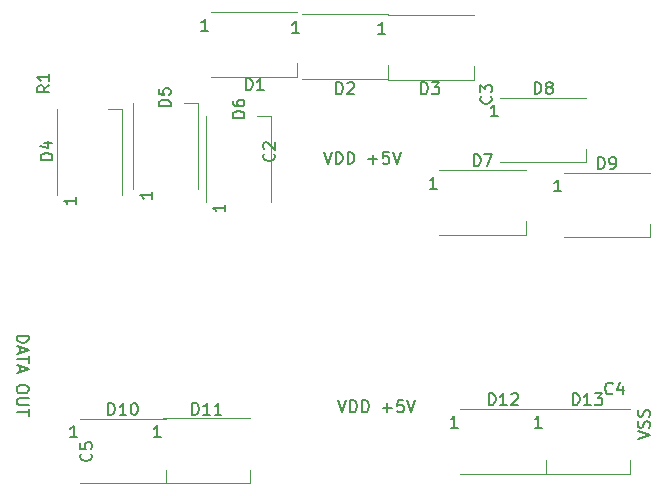
<source format=gbr>
%TF.GenerationSoftware,KiCad,Pcbnew,(5.1.6)-1*%
%TF.CreationDate,2020-11-24T18:40:46+11:00*%
%TF.ProjectId,ANT SEL Panel PCB V1,414e5420-5345-44c2-9050-616e656c2050,rev?*%
%TF.SameCoordinates,Original*%
%TF.FileFunction,Legend,Top*%
%TF.FilePolarity,Positive*%
%FSLAX46Y46*%
G04 Gerber Fmt 4.6, Leading zero omitted, Abs format (unit mm)*
G04 Created by KiCad (PCBNEW (5.1.6)-1) date 2020-11-24 18:40:46*
%MOMM*%
%LPD*%
G01*
G04 APERTURE LIST*
%ADD10C,0.150000*%
%ADD11C,0.120000*%
G04 APERTURE END LIST*
D10*
X116111904Y-50627380D02*
X116445238Y-51627380D01*
X116778571Y-50627380D01*
X117111904Y-51627380D02*
X117111904Y-50627380D01*
X117350000Y-50627380D01*
X117492857Y-50675000D01*
X117588095Y-50770238D01*
X117635714Y-50865476D01*
X117683333Y-51055952D01*
X117683333Y-51198809D01*
X117635714Y-51389285D01*
X117588095Y-51484523D01*
X117492857Y-51579761D01*
X117350000Y-51627380D01*
X117111904Y-51627380D01*
X118111904Y-51627380D02*
X118111904Y-50627380D01*
X118350000Y-50627380D01*
X118492857Y-50675000D01*
X118588095Y-50770238D01*
X118635714Y-50865476D01*
X118683333Y-51055952D01*
X118683333Y-51198809D01*
X118635714Y-51389285D01*
X118588095Y-51484523D01*
X118492857Y-51579761D01*
X118350000Y-51627380D01*
X118111904Y-51627380D01*
X119873809Y-51246428D02*
X120635714Y-51246428D01*
X120254761Y-51627380D02*
X120254761Y-50865476D01*
X121588095Y-50627380D02*
X121111904Y-50627380D01*
X121064285Y-51103571D01*
X121111904Y-51055952D01*
X121207142Y-51008333D01*
X121445238Y-51008333D01*
X121540476Y-51055952D01*
X121588095Y-51103571D01*
X121635714Y-51198809D01*
X121635714Y-51436904D01*
X121588095Y-51532142D01*
X121540476Y-51579761D01*
X121445238Y-51627380D01*
X121207142Y-51627380D01*
X121111904Y-51579761D01*
X121064285Y-51532142D01*
X121921428Y-50627380D02*
X122254761Y-51627380D01*
X122588095Y-50627380D01*
X90097619Y-66190476D02*
X91097619Y-66190476D01*
X91097619Y-66428571D01*
X91050000Y-66571428D01*
X90954761Y-66666666D01*
X90859523Y-66714285D01*
X90669047Y-66761904D01*
X90526190Y-66761904D01*
X90335714Y-66714285D01*
X90240476Y-66666666D01*
X90145238Y-66571428D01*
X90097619Y-66428571D01*
X90097619Y-66190476D01*
X90383333Y-67142857D02*
X90383333Y-67619047D01*
X90097619Y-67047619D02*
X91097619Y-67380952D01*
X90097619Y-67714285D01*
X91097619Y-67904761D02*
X91097619Y-68476190D01*
X90097619Y-68190476D02*
X91097619Y-68190476D01*
X90383333Y-68761904D02*
X90383333Y-69238095D01*
X90097619Y-68666666D02*
X91097619Y-69000000D01*
X90097619Y-69333333D01*
X91097619Y-70619047D02*
X91097619Y-70809523D01*
X91050000Y-70904761D01*
X90954761Y-71000000D01*
X90764285Y-71047619D01*
X90430952Y-71047619D01*
X90240476Y-71000000D01*
X90145238Y-70904761D01*
X90097619Y-70809523D01*
X90097619Y-70619047D01*
X90145238Y-70523809D01*
X90240476Y-70428571D01*
X90430952Y-70380952D01*
X90764285Y-70380952D01*
X90954761Y-70428571D01*
X91050000Y-70523809D01*
X91097619Y-70619047D01*
X91097619Y-71476190D02*
X90288095Y-71476190D01*
X90192857Y-71523809D01*
X90145238Y-71571428D01*
X90097619Y-71666666D01*
X90097619Y-71857142D01*
X90145238Y-71952380D01*
X90192857Y-72000000D01*
X90288095Y-72047619D01*
X91097619Y-72047619D01*
X91097619Y-72380952D02*
X91097619Y-72952380D01*
X90097619Y-72666666D02*
X91097619Y-72666666D01*
X117336904Y-71652380D02*
X117670238Y-72652380D01*
X118003571Y-71652380D01*
X118336904Y-72652380D02*
X118336904Y-71652380D01*
X118575000Y-71652380D01*
X118717857Y-71700000D01*
X118813095Y-71795238D01*
X118860714Y-71890476D01*
X118908333Y-72080952D01*
X118908333Y-72223809D01*
X118860714Y-72414285D01*
X118813095Y-72509523D01*
X118717857Y-72604761D01*
X118575000Y-72652380D01*
X118336904Y-72652380D01*
X119336904Y-72652380D02*
X119336904Y-71652380D01*
X119575000Y-71652380D01*
X119717857Y-71700000D01*
X119813095Y-71795238D01*
X119860714Y-71890476D01*
X119908333Y-72080952D01*
X119908333Y-72223809D01*
X119860714Y-72414285D01*
X119813095Y-72509523D01*
X119717857Y-72604761D01*
X119575000Y-72652380D01*
X119336904Y-72652380D01*
X121098809Y-72271428D02*
X121860714Y-72271428D01*
X121479761Y-72652380D02*
X121479761Y-71890476D01*
X122813095Y-71652380D02*
X122336904Y-71652380D01*
X122289285Y-72128571D01*
X122336904Y-72080952D01*
X122432142Y-72033333D01*
X122670238Y-72033333D01*
X122765476Y-72080952D01*
X122813095Y-72128571D01*
X122860714Y-72223809D01*
X122860714Y-72461904D01*
X122813095Y-72557142D01*
X122765476Y-72604761D01*
X122670238Y-72652380D01*
X122432142Y-72652380D01*
X122336904Y-72604761D01*
X122289285Y-72557142D01*
X123146428Y-71652380D02*
X123479761Y-72652380D01*
X123813095Y-71652380D01*
X142677380Y-74935714D02*
X143677380Y-74602380D01*
X142677380Y-74269047D01*
X143629761Y-73983333D02*
X143677380Y-73840476D01*
X143677380Y-73602380D01*
X143629761Y-73507142D01*
X143582142Y-73459523D01*
X143486904Y-73411904D01*
X143391666Y-73411904D01*
X143296428Y-73459523D01*
X143248809Y-73507142D01*
X143201190Y-73602380D01*
X143153571Y-73792857D01*
X143105952Y-73888095D01*
X143058333Y-73935714D01*
X142963095Y-73983333D01*
X142867857Y-73983333D01*
X142772619Y-73935714D01*
X142725000Y-73888095D01*
X142677380Y-73792857D01*
X142677380Y-73554761D01*
X142725000Y-73411904D01*
X143629761Y-73030952D02*
X143677380Y-72888095D01*
X143677380Y-72650000D01*
X143629761Y-72554761D01*
X143582142Y-72507142D01*
X143486904Y-72459523D01*
X143391666Y-72459523D01*
X143296428Y-72507142D01*
X143248809Y-72554761D01*
X143201190Y-72650000D01*
X143153571Y-72840476D01*
X143105952Y-72935714D01*
X143058333Y-72983333D01*
X142963095Y-73030952D01*
X142867857Y-73030952D01*
X142772619Y-72983333D01*
X142725000Y-72935714D01*
X142677380Y-72840476D01*
X142677380Y-72602380D01*
X142725000Y-72459523D01*
D11*
%TO.C,D13*%
X142041200Y-77857600D02*
X142041200Y-76707600D01*
X134741200Y-77857600D02*
X142041200Y-77857600D01*
X134741200Y-72357600D02*
X142041200Y-72357600D01*
%TO.C,D12*%
X134929200Y-77857600D02*
X134929200Y-76707600D01*
X127629200Y-77857600D02*
X134929200Y-77857600D01*
X127629200Y-72357600D02*
X134929200Y-72357600D01*
%TO.C,D11*%
X109810200Y-78670400D02*
X109810200Y-77520400D01*
X102510200Y-78670400D02*
X109810200Y-78670400D01*
X102510200Y-73170400D02*
X109810200Y-73170400D01*
%TO.C,D10*%
X102710200Y-78696000D02*
X102710200Y-77546000D01*
X95410200Y-78696000D02*
X102710200Y-78696000D01*
X95410200Y-73196000D02*
X102710200Y-73196000D01*
%TO.C,D9*%
X143705200Y-57868000D02*
X143705200Y-56718000D01*
X136405200Y-57868000D02*
X143705200Y-57868000D01*
X136405200Y-52368000D02*
X143705200Y-52368000D01*
%TO.C,D8*%
X138321200Y-51518000D02*
X138321200Y-50368000D01*
X131021200Y-51518000D02*
X138321200Y-51518000D01*
X131021200Y-46018000D02*
X138321200Y-46018000D01*
%TO.C,D7*%
X133178200Y-57639200D02*
X133178200Y-56489200D01*
X125878200Y-57639200D02*
X133178200Y-57639200D01*
X125878200Y-52139200D02*
X133178200Y-52139200D01*
%TO.C,D6*%
X111589200Y-47568000D02*
X110439200Y-47568000D01*
X111589200Y-54868000D02*
X111589200Y-47568000D01*
X106089200Y-54868000D02*
X106089200Y-47568000D01*
%TO.C,D5*%
X105442200Y-46501200D02*
X104292200Y-46501200D01*
X105442200Y-53801200D02*
X105442200Y-46501200D01*
X99942200Y-53801200D02*
X99942200Y-46501200D01*
%TO.C,D4*%
X98990800Y-46958400D02*
X97840800Y-46958400D01*
X98990800Y-54258400D02*
X98990800Y-46958400D01*
X93490800Y-54258400D02*
X93490800Y-46958400D01*
%TO.C,D3*%
X128809200Y-44532800D02*
X128809200Y-43382800D01*
X121509200Y-44532800D02*
X128809200Y-44532800D01*
X121509200Y-39032800D02*
X128809200Y-39032800D01*
%TO.C,D2*%
X121506200Y-44456800D02*
X121506200Y-43306800D01*
X114206200Y-44456800D02*
X121506200Y-44456800D01*
X114206200Y-38956800D02*
X121506200Y-38956800D01*
%TO.C,D1*%
X113823200Y-44279200D02*
X113823200Y-43129200D01*
X106523200Y-44279200D02*
X113823200Y-44279200D01*
X106523200Y-38779200D02*
X113823200Y-38779200D01*
%TO.C,C5*%
D10*
X96357142Y-76166666D02*
X96404761Y-76214285D01*
X96452380Y-76357142D01*
X96452380Y-76452380D01*
X96404761Y-76595238D01*
X96309523Y-76690476D01*
X96214285Y-76738095D01*
X96023809Y-76785714D01*
X95880952Y-76785714D01*
X95690476Y-76738095D01*
X95595238Y-76690476D01*
X95500000Y-76595238D01*
X95452380Y-76452380D01*
X95452380Y-76357142D01*
X95500000Y-76214285D01*
X95547619Y-76166666D01*
X95452380Y-75261904D02*
X95452380Y-75738095D01*
X95928571Y-75785714D01*
X95880952Y-75738095D01*
X95833333Y-75642857D01*
X95833333Y-75404761D01*
X95880952Y-75309523D01*
X95928571Y-75261904D01*
X96023809Y-75214285D01*
X96261904Y-75214285D01*
X96357142Y-75261904D01*
X96404761Y-75309523D01*
X96452380Y-75404761D01*
X96452380Y-75642857D01*
X96404761Y-75738095D01*
X96357142Y-75785714D01*
%TO.C,C4*%
X140538333Y-71057142D02*
X140490714Y-71104761D01*
X140347857Y-71152380D01*
X140252619Y-71152380D01*
X140109761Y-71104761D01*
X140014523Y-71009523D01*
X139966904Y-70914285D01*
X139919285Y-70723809D01*
X139919285Y-70580952D01*
X139966904Y-70390476D01*
X140014523Y-70295238D01*
X140109761Y-70200000D01*
X140252619Y-70152380D01*
X140347857Y-70152380D01*
X140490714Y-70200000D01*
X140538333Y-70247619D01*
X141395476Y-70485714D02*
X141395476Y-71152380D01*
X141157380Y-70104761D02*
X140919285Y-70819047D01*
X141538333Y-70819047D01*
%TO.C,C3*%
X130232142Y-45916666D02*
X130279761Y-45964285D01*
X130327380Y-46107142D01*
X130327380Y-46202380D01*
X130279761Y-46345238D01*
X130184523Y-46440476D01*
X130089285Y-46488095D01*
X129898809Y-46535714D01*
X129755952Y-46535714D01*
X129565476Y-46488095D01*
X129470238Y-46440476D01*
X129375000Y-46345238D01*
X129327380Y-46202380D01*
X129327380Y-46107142D01*
X129375000Y-45964285D01*
X129422619Y-45916666D01*
X129327380Y-45583333D02*
X129327380Y-44964285D01*
X129708333Y-45297619D01*
X129708333Y-45154761D01*
X129755952Y-45059523D01*
X129803571Y-45011904D01*
X129898809Y-44964285D01*
X130136904Y-44964285D01*
X130232142Y-45011904D01*
X130279761Y-45059523D01*
X130327380Y-45154761D01*
X130327380Y-45440476D01*
X130279761Y-45535714D01*
X130232142Y-45583333D01*
%TO.C,C2*%
X111857142Y-50766666D02*
X111904761Y-50814285D01*
X111952380Y-50957142D01*
X111952380Y-51052380D01*
X111904761Y-51195238D01*
X111809523Y-51290476D01*
X111714285Y-51338095D01*
X111523809Y-51385714D01*
X111380952Y-51385714D01*
X111190476Y-51338095D01*
X111095238Y-51290476D01*
X111000000Y-51195238D01*
X110952380Y-51052380D01*
X110952380Y-50957142D01*
X111000000Y-50814285D01*
X111047619Y-50766666D01*
X111047619Y-50385714D02*
X111000000Y-50338095D01*
X110952380Y-50242857D01*
X110952380Y-50004761D01*
X111000000Y-49909523D01*
X111047619Y-49861904D01*
X111142857Y-49814285D01*
X111238095Y-49814285D01*
X111380952Y-49861904D01*
X111952380Y-50433333D01*
X111952380Y-49814285D01*
%TO.C,R1*%
X92852380Y-44986666D02*
X92376190Y-45320000D01*
X92852380Y-45558095D02*
X91852380Y-45558095D01*
X91852380Y-45177142D01*
X91900000Y-45081904D01*
X91947619Y-45034285D01*
X92042857Y-44986666D01*
X92185714Y-44986666D01*
X92280952Y-45034285D01*
X92328571Y-45081904D01*
X92376190Y-45177142D01*
X92376190Y-45558095D01*
X92852380Y-44034285D02*
X92852380Y-44605714D01*
X92852380Y-44320000D02*
X91852380Y-44320000D01*
X91995238Y-44415238D01*
X92090476Y-44510476D01*
X92138095Y-44605714D01*
%TO.C,D13*%
X137176914Y-72059980D02*
X137176914Y-71059980D01*
X137415009Y-71059980D01*
X137557866Y-71107600D01*
X137653104Y-71202838D01*
X137700723Y-71298076D01*
X137748342Y-71488552D01*
X137748342Y-71631409D01*
X137700723Y-71821885D01*
X137653104Y-71917123D01*
X137557866Y-72012361D01*
X137415009Y-72059980D01*
X137176914Y-72059980D01*
X138700723Y-72059980D02*
X138129295Y-72059980D01*
X138415009Y-72059980D02*
X138415009Y-71059980D01*
X138319771Y-71202838D01*
X138224533Y-71298076D01*
X138129295Y-71345695D01*
X139034057Y-71059980D02*
X139653104Y-71059980D01*
X139319771Y-71440933D01*
X139462628Y-71440933D01*
X139557866Y-71488552D01*
X139605485Y-71536171D01*
X139653104Y-71631409D01*
X139653104Y-71869504D01*
X139605485Y-71964742D01*
X139557866Y-72012361D01*
X139462628Y-72059980D01*
X139176914Y-72059980D01*
X139081676Y-72012361D01*
X139034057Y-71964742D01*
X134526914Y-73959980D02*
X133955485Y-73959980D01*
X134241200Y-73959980D02*
X134241200Y-72959980D01*
X134145961Y-73102838D01*
X134050723Y-73198076D01*
X133955485Y-73245695D01*
%TO.C,D12*%
X130064914Y-72059980D02*
X130064914Y-71059980D01*
X130303009Y-71059980D01*
X130445866Y-71107600D01*
X130541104Y-71202838D01*
X130588723Y-71298076D01*
X130636342Y-71488552D01*
X130636342Y-71631409D01*
X130588723Y-71821885D01*
X130541104Y-71917123D01*
X130445866Y-72012361D01*
X130303009Y-72059980D01*
X130064914Y-72059980D01*
X131588723Y-72059980D02*
X131017295Y-72059980D01*
X131303009Y-72059980D02*
X131303009Y-71059980D01*
X131207771Y-71202838D01*
X131112533Y-71298076D01*
X131017295Y-71345695D01*
X131969676Y-71155219D02*
X132017295Y-71107600D01*
X132112533Y-71059980D01*
X132350628Y-71059980D01*
X132445866Y-71107600D01*
X132493485Y-71155219D01*
X132541104Y-71250457D01*
X132541104Y-71345695D01*
X132493485Y-71488552D01*
X131922057Y-72059980D01*
X132541104Y-72059980D01*
X127414914Y-73959980D02*
X126843485Y-73959980D01*
X127129200Y-73959980D02*
X127129200Y-72959980D01*
X127033961Y-73102838D01*
X126938723Y-73198076D01*
X126843485Y-73245695D01*
%TO.C,D11*%
X104945914Y-72872780D02*
X104945914Y-71872780D01*
X105184009Y-71872780D01*
X105326866Y-71920400D01*
X105422104Y-72015638D01*
X105469723Y-72110876D01*
X105517342Y-72301352D01*
X105517342Y-72444209D01*
X105469723Y-72634685D01*
X105422104Y-72729923D01*
X105326866Y-72825161D01*
X105184009Y-72872780D01*
X104945914Y-72872780D01*
X106469723Y-72872780D02*
X105898295Y-72872780D01*
X106184009Y-72872780D02*
X106184009Y-71872780D01*
X106088771Y-72015638D01*
X105993533Y-72110876D01*
X105898295Y-72158495D01*
X107422104Y-72872780D02*
X106850676Y-72872780D01*
X107136390Y-72872780D02*
X107136390Y-71872780D01*
X107041152Y-72015638D01*
X106945914Y-72110876D01*
X106850676Y-72158495D01*
X102295914Y-74772780D02*
X101724485Y-74772780D01*
X102010200Y-74772780D02*
X102010200Y-73772780D01*
X101914961Y-73915638D01*
X101819723Y-74010876D01*
X101724485Y-74058495D01*
%TO.C,D10*%
X97845914Y-72898380D02*
X97845914Y-71898380D01*
X98084009Y-71898380D01*
X98226866Y-71946000D01*
X98322104Y-72041238D01*
X98369723Y-72136476D01*
X98417342Y-72326952D01*
X98417342Y-72469809D01*
X98369723Y-72660285D01*
X98322104Y-72755523D01*
X98226866Y-72850761D01*
X98084009Y-72898380D01*
X97845914Y-72898380D01*
X99369723Y-72898380D02*
X98798295Y-72898380D01*
X99084009Y-72898380D02*
X99084009Y-71898380D01*
X98988771Y-72041238D01*
X98893533Y-72136476D01*
X98798295Y-72184095D01*
X99988771Y-71898380D02*
X100084009Y-71898380D01*
X100179247Y-71946000D01*
X100226866Y-71993619D01*
X100274485Y-72088857D01*
X100322104Y-72279333D01*
X100322104Y-72517428D01*
X100274485Y-72707904D01*
X100226866Y-72803142D01*
X100179247Y-72850761D01*
X100084009Y-72898380D01*
X99988771Y-72898380D01*
X99893533Y-72850761D01*
X99845914Y-72803142D01*
X99798295Y-72707904D01*
X99750676Y-72517428D01*
X99750676Y-72279333D01*
X99798295Y-72088857D01*
X99845914Y-71993619D01*
X99893533Y-71946000D01*
X99988771Y-71898380D01*
X95195914Y-74798380D02*
X94624485Y-74798380D01*
X94910200Y-74798380D02*
X94910200Y-73798380D01*
X94814961Y-73941238D01*
X94719723Y-74036476D01*
X94624485Y-74084095D01*
%TO.C,D9*%
X139317104Y-52070380D02*
X139317104Y-51070380D01*
X139555200Y-51070380D01*
X139698057Y-51118000D01*
X139793295Y-51213238D01*
X139840914Y-51308476D01*
X139888533Y-51498952D01*
X139888533Y-51641809D01*
X139840914Y-51832285D01*
X139793295Y-51927523D01*
X139698057Y-52022761D01*
X139555200Y-52070380D01*
X139317104Y-52070380D01*
X140364723Y-52070380D02*
X140555200Y-52070380D01*
X140650438Y-52022761D01*
X140698057Y-51975142D01*
X140793295Y-51832285D01*
X140840914Y-51641809D01*
X140840914Y-51260857D01*
X140793295Y-51165619D01*
X140745676Y-51118000D01*
X140650438Y-51070380D01*
X140459961Y-51070380D01*
X140364723Y-51118000D01*
X140317104Y-51165619D01*
X140269485Y-51260857D01*
X140269485Y-51498952D01*
X140317104Y-51594190D01*
X140364723Y-51641809D01*
X140459961Y-51689428D01*
X140650438Y-51689428D01*
X140745676Y-51641809D01*
X140793295Y-51594190D01*
X140840914Y-51498952D01*
X136190914Y-53970380D02*
X135619485Y-53970380D01*
X135905200Y-53970380D02*
X135905200Y-52970380D01*
X135809961Y-53113238D01*
X135714723Y-53208476D01*
X135619485Y-53256095D01*
%TO.C,D8*%
X133933104Y-45720380D02*
X133933104Y-44720380D01*
X134171200Y-44720380D01*
X134314057Y-44768000D01*
X134409295Y-44863238D01*
X134456914Y-44958476D01*
X134504533Y-45148952D01*
X134504533Y-45291809D01*
X134456914Y-45482285D01*
X134409295Y-45577523D01*
X134314057Y-45672761D01*
X134171200Y-45720380D01*
X133933104Y-45720380D01*
X135075961Y-45148952D02*
X134980723Y-45101333D01*
X134933104Y-45053714D01*
X134885485Y-44958476D01*
X134885485Y-44910857D01*
X134933104Y-44815619D01*
X134980723Y-44768000D01*
X135075961Y-44720380D01*
X135266438Y-44720380D01*
X135361676Y-44768000D01*
X135409295Y-44815619D01*
X135456914Y-44910857D01*
X135456914Y-44958476D01*
X135409295Y-45053714D01*
X135361676Y-45101333D01*
X135266438Y-45148952D01*
X135075961Y-45148952D01*
X134980723Y-45196571D01*
X134933104Y-45244190D01*
X134885485Y-45339428D01*
X134885485Y-45529904D01*
X134933104Y-45625142D01*
X134980723Y-45672761D01*
X135075961Y-45720380D01*
X135266438Y-45720380D01*
X135361676Y-45672761D01*
X135409295Y-45625142D01*
X135456914Y-45529904D01*
X135456914Y-45339428D01*
X135409295Y-45244190D01*
X135361676Y-45196571D01*
X135266438Y-45148952D01*
X130806914Y-47620380D02*
X130235485Y-47620380D01*
X130521200Y-47620380D02*
X130521200Y-46620380D01*
X130425961Y-46763238D01*
X130330723Y-46858476D01*
X130235485Y-46906095D01*
%TO.C,D7*%
X128790104Y-51841580D02*
X128790104Y-50841580D01*
X129028200Y-50841580D01*
X129171057Y-50889200D01*
X129266295Y-50984438D01*
X129313914Y-51079676D01*
X129361533Y-51270152D01*
X129361533Y-51413009D01*
X129313914Y-51603485D01*
X129266295Y-51698723D01*
X129171057Y-51793961D01*
X129028200Y-51841580D01*
X128790104Y-51841580D01*
X129694866Y-50841580D02*
X130361533Y-50841580D01*
X129932961Y-51841580D01*
X125663914Y-53741580D02*
X125092485Y-53741580D01*
X125378200Y-53741580D02*
X125378200Y-52741580D01*
X125282961Y-52884438D01*
X125187723Y-52979676D01*
X125092485Y-53027295D01*
%TO.C,D6*%
X109367980Y-47728095D02*
X108367980Y-47728095D01*
X108367980Y-47490000D01*
X108415600Y-47347142D01*
X108510838Y-47251904D01*
X108606076Y-47204285D01*
X108796552Y-47156666D01*
X108939409Y-47156666D01*
X109129885Y-47204285D01*
X109225123Y-47251904D01*
X109320361Y-47347142D01*
X109367980Y-47490000D01*
X109367980Y-47728095D01*
X108367980Y-46299523D02*
X108367980Y-46490000D01*
X108415600Y-46585238D01*
X108463219Y-46632857D01*
X108606076Y-46728095D01*
X108796552Y-46775714D01*
X109177504Y-46775714D01*
X109272742Y-46728095D01*
X109320361Y-46680476D01*
X109367980Y-46585238D01*
X109367980Y-46394761D01*
X109320361Y-46299523D01*
X109272742Y-46251904D01*
X109177504Y-46204285D01*
X108939409Y-46204285D01*
X108844171Y-46251904D01*
X108796552Y-46299523D01*
X108748933Y-46394761D01*
X108748933Y-46585238D01*
X108796552Y-46680476D01*
X108844171Y-46728095D01*
X108939409Y-46775714D01*
X107691580Y-55082285D02*
X107691580Y-55653714D01*
X107691580Y-55368000D02*
X106691580Y-55368000D01*
X106834438Y-55463238D01*
X106929676Y-55558476D01*
X106977295Y-55653714D01*
%TO.C,D5*%
X103119380Y-46762895D02*
X102119380Y-46762895D01*
X102119380Y-46524800D01*
X102167000Y-46381942D01*
X102262238Y-46286704D01*
X102357476Y-46239085D01*
X102547952Y-46191466D01*
X102690809Y-46191466D01*
X102881285Y-46239085D01*
X102976523Y-46286704D01*
X103071761Y-46381942D01*
X103119380Y-46524800D01*
X103119380Y-46762895D01*
X102119380Y-45286704D02*
X102119380Y-45762895D01*
X102595571Y-45810514D01*
X102547952Y-45762895D01*
X102500333Y-45667657D01*
X102500333Y-45429561D01*
X102547952Y-45334323D01*
X102595571Y-45286704D01*
X102690809Y-45239085D01*
X102928904Y-45239085D01*
X103024142Y-45286704D01*
X103071761Y-45334323D01*
X103119380Y-45429561D01*
X103119380Y-45667657D01*
X103071761Y-45762895D01*
X103024142Y-45810514D01*
X101544580Y-54015485D02*
X101544580Y-54586914D01*
X101544580Y-54301200D02*
X100544580Y-54301200D01*
X100687438Y-54396438D01*
X100782676Y-54491676D01*
X100830295Y-54586914D01*
%TO.C,D4*%
X93111580Y-51284095D02*
X92111580Y-51284095D01*
X92111580Y-51046000D01*
X92159200Y-50903142D01*
X92254438Y-50807904D01*
X92349676Y-50760285D01*
X92540152Y-50712666D01*
X92683009Y-50712666D01*
X92873485Y-50760285D01*
X92968723Y-50807904D01*
X93063961Y-50903142D01*
X93111580Y-51046000D01*
X93111580Y-51284095D01*
X92444914Y-49855523D02*
X93111580Y-49855523D01*
X92063961Y-50093619D02*
X92778247Y-50331714D01*
X92778247Y-49712666D01*
X95093180Y-54472685D02*
X95093180Y-55044114D01*
X95093180Y-54758400D02*
X94093180Y-54758400D01*
X94236038Y-54853638D01*
X94331276Y-54948876D01*
X94378895Y-55044114D01*
%TO.C,D3*%
X124336904Y-45727380D02*
X124336904Y-44727380D01*
X124575000Y-44727380D01*
X124717857Y-44775000D01*
X124813095Y-44870238D01*
X124860714Y-44965476D01*
X124908333Y-45155952D01*
X124908333Y-45298809D01*
X124860714Y-45489285D01*
X124813095Y-45584523D01*
X124717857Y-45679761D01*
X124575000Y-45727380D01*
X124336904Y-45727380D01*
X125241666Y-44727380D02*
X125860714Y-44727380D01*
X125527380Y-45108333D01*
X125670238Y-45108333D01*
X125765476Y-45155952D01*
X125813095Y-45203571D01*
X125860714Y-45298809D01*
X125860714Y-45536904D01*
X125813095Y-45632142D01*
X125765476Y-45679761D01*
X125670238Y-45727380D01*
X125384523Y-45727380D01*
X125289285Y-45679761D01*
X125241666Y-45632142D01*
X121294914Y-40635180D02*
X120723485Y-40635180D01*
X121009200Y-40635180D02*
X121009200Y-39635180D01*
X120913961Y-39778038D01*
X120818723Y-39873276D01*
X120723485Y-39920895D01*
%TO.C,D2*%
X117136904Y-45727380D02*
X117136904Y-44727380D01*
X117375000Y-44727380D01*
X117517857Y-44775000D01*
X117613095Y-44870238D01*
X117660714Y-44965476D01*
X117708333Y-45155952D01*
X117708333Y-45298809D01*
X117660714Y-45489285D01*
X117613095Y-45584523D01*
X117517857Y-45679761D01*
X117375000Y-45727380D01*
X117136904Y-45727380D01*
X118089285Y-44822619D02*
X118136904Y-44775000D01*
X118232142Y-44727380D01*
X118470238Y-44727380D01*
X118565476Y-44775000D01*
X118613095Y-44822619D01*
X118660714Y-44917857D01*
X118660714Y-45013095D01*
X118613095Y-45155952D01*
X118041666Y-45727380D01*
X118660714Y-45727380D01*
X113991914Y-40559180D02*
X113420485Y-40559180D01*
X113706200Y-40559180D02*
X113706200Y-39559180D01*
X113610961Y-39702038D01*
X113515723Y-39797276D01*
X113420485Y-39844895D01*
%TO.C,D1*%
X109486904Y-45402380D02*
X109486904Y-44402380D01*
X109725000Y-44402380D01*
X109867857Y-44450000D01*
X109963095Y-44545238D01*
X110010714Y-44640476D01*
X110058333Y-44830952D01*
X110058333Y-44973809D01*
X110010714Y-45164285D01*
X109963095Y-45259523D01*
X109867857Y-45354761D01*
X109725000Y-45402380D01*
X109486904Y-45402380D01*
X111010714Y-45402380D02*
X110439285Y-45402380D01*
X110725000Y-45402380D02*
X110725000Y-44402380D01*
X110629761Y-44545238D01*
X110534523Y-44640476D01*
X110439285Y-44688095D01*
X106308914Y-40381580D02*
X105737485Y-40381580D01*
X106023200Y-40381580D02*
X106023200Y-39381580D01*
X105927961Y-39524438D01*
X105832723Y-39619676D01*
X105737485Y-39667295D01*
%TD*%
M02*

</source>
